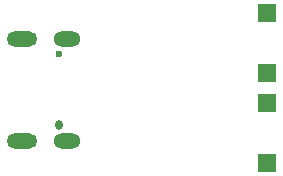
<source format=gbr>
%TF.GenerationSoftware,KiCad,Pcbnew,6.0.11+dfsg-1~bpo11+1*%
%TF.CreationDate,2023-03-12T17:24:38+00:00*%
%TF.ProjectId,tp4056,74703430-3536-42e6-9b69-6361645f7063,rev?*%
%TF.SameCoordinates,Original*%
%TF.FileFunction,Soldermask,Bot*%
%TF.FilePolarity,Negative*%
%FSLAX46Y46*%
G04 Gerber Fmt 4.6, Leading zero omitted, Abs format (unit mm)*
G04 Created by KiCad (PCBNEW 6.0.11+dfsg-1~bpo11+1) date 2023-03-12 17:24:38*
%MOMM*%
%LPD*%
G01*
G04 APERTURE LIST*
%ADD10R,1.500000X1.500000*%
%ADD11O,0.600000X0.850000*%
%ADD12C,0.600000*%
%ADD13O,2.600000X1.300000*%
%ADD14O,2.300000X1.300000*%
G04 APERTURE END LIST*
D10*
%TO.C,J7*%
X150990000Y-93049840D03*
%TD*%
%TO.C,J6*%
X150990000Y-87979840D03*
%TD*%
%TO.C,J5*%
X150990000Y-100680000D03*
%TD*%
%TO.C,J4*%
X150990000Y-95600000D03*
%TD*%
D11*
%TO.C,P1*%
X133340000Y-97480000D03*
D12*
X133340000Y-91480000D03*
D13*
X130240000Y-98800000D03*
X130240000Y-90160000D03*
D14*
X134065000Y-98800000D03*
X134065000Y-90160000D03*
%TD*%
M02*

</source>
